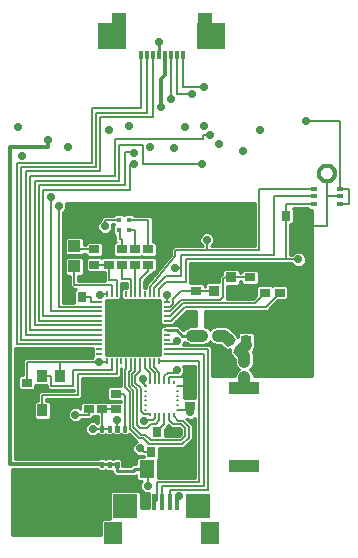
<source format=gtl>
G75*
%MOIN*%
%OFA0B0*%
%FSLAX25Y25*%
%IPPOS*%
%LPD*%
%AMOC8*
5,1,8,0,0,1.08239X$1,22.5*
%
%ADD10R,0.02756X0.03543*%
%ADD11R,0.03543X0.02756*%
%ADD12R,0.01969X0.00787*%
%ADD13R,0.00787X0.01969*%
%ADD14R,0.18110X0.18110*%
%ADD15R,0.04331X0.03937*%
%ADD16R,0.05118X0.05906*%
%ADD17C,0.00630*%
%ADD18C,0.00118*%
%ADD19R,0.03543X0.03937*%
%ADD20R,0.10000X0.04000*%
%ADD21R,0.01772X0.01772*%
%ADD22R,0.03740X0.03346*%
%ADD23R,0.08268X0.07874*%
%ADD24R,0.06299X0.07480*%
%ADD25R,0.01575X0.05315*%
%ADD26C,0.00787*%
%ADD27R,0.01181X0.03150*%
%ADD28R,0.09449X0.08661*%
%ADD29R,0.05118X0.03346*%
%ADD30R,0.02362X0.01575*%
%ADD31C,0.01181*%
%ADD32R,0.00394X0.00394*%
%ADD33C,0.02781*%
%ADD34C,0.00500*%
%ADD35C,0.03200*%
%ADD36C,0.01000*%
%ADD37C,0.02780*%
%ADD38C,0.04000*%
%ADD39C,0.01200*%
D10*
X0088541Y0071550D03*
X0093659Y0071550D03*
G36*
X0101233Y0068654D02*
X0103182Y0066705D01*
X0100679Y0064202D01*
X0098730Y0066151D01*
X0101233Y0068654D01*
G37*
G36*
X0097614Y0072273D02*
X0099563Y0070324D01*
X0097060Y0067821D01*
X0095111Y0069770D01*
X0097614Y0072273D01*
G37*
X0043241Y0084350D03*
X0048359Y0084350D03*
X0078559Y0039333D03*
X0073441Y0039333D03*
X0076559Y0032750D03*
X0071441Y0032750D03*
X0121559Y0111500D03*
X0116441Y0111500D03*
D11*
X0085000Y0076709D03*
X0085000Y0071591D03*
X0109400Y0091009D03*
X0109400Y0085891D03*
X0114300Y0091009D03*
X0114300Y0085891D03*
X0104400Y0085891D03*
X0104400Y0091009D03*
X0086400Y0091609D03*
X0086400Y0086491D03*
X0057350Y0100259D03*
X0057350Y0095141D03*
X0052550Y0100259D03*
X0052550Y0095141D03*
X0059700Y0052209D03*
X0059700Y0047091D03*
X0050600Y0052209D03*
X0050600Y0047091D03*
X0055100Y0052209D03*
X0055100Y0047091D03*
X0030000Y0050691D03*
X0030000Y0055809D03*
X0070550Y0095191D03*
X0070550Y0100309D03*
X0061650Y0095191D03*
X0061650Y0100309D03*
X0065950Y0095241D03*
X0065950Y0100359D03*
X0102500Y0062809D03*
X0102500Y0057691D03*
X0103100Y0075309D03*
X0103100Y0070191D03*
X0084500Y0053309D03*
X0084500Y0048191D03*
D12*
X0054180Y0082811D03*
X0054180Y0081237D03*
X0054180Y0079662D03*
X0054180Y0078087D03*
X0054180Y0076512D03*
X0054180Y0074937D03*
X0054180Y0073363D03*
X0054180Y0071788D03*
X0054180Y0070213D03*
X0054180Y0068638D03*
X0054180Y0067063D03*
X0054180Y0065489D03*
X0076620Y0065489D03*
X0076620Y0067063D03*
X0076620Y0068638D03*
X0076620Y0070213D03*
X0076620Y0071788D03*
X0076620Y0073363D03*
X0076620Y0074937D03*
X0076620Y0076512D03*
X0076620Y0078087D03*
X0076620Y0079662D03*
X0076620Y0081237D03*
X0076620Y0082811D03*
D13*
X0056739Y0062930D03*
X0058313Y0062930D03*
X0059888Y0062930D03*
X0061463Y0062930D03*
X0063038Y0062930D03*
X0064613Y0062930D03*
X0066187Y0062930D03*
X0067762Y0062930D03*
X0069337Y0062930D03*
X0070912Y0062930D03*
X0072487Y0062930D03*
X0074061Y0062930D03*
X0074061Y0085370D03*
X0072487Y0085370D03*
X0070912Y0085370D03*
X0069337Y0085370D03*
X0067762Y0085370D03*
X0066187Y0085370D03*
X0064613Y0085370D03*
X0063038Y0085370D03*
X0061463Y0085370D03*
X0059888Y0085370D03*
X0058313Y0085370D03*
X0056739Y0085370D03*
D14*
X0065400Y0074150D03*
D15*
X0045850Y0094654D03*
X0045850Y0101346D03*
D16*
X0077640Y0027050D03*
X0070160Y0027050D03*
D17*
X0063209Y0037384D02*
X0063209Y0031716D01*
X0054391Y0031716D01*
X0054391Y0037384D01*
X0063209Y0037384D01*
X0063209Y0032345D02*
X0054391Y0032345D01*
X0054391Y0032974D02*
X0063209Y0032974D01*
X0063209Y0033603D02*
X0054391Y0033603D01*
X0054391Y0034232D02*
X0063209Y0034232D01*
X0063209Y0034861D02*
X0054391Y0034861D01*
X0054391Y0035490D02*
X0063209Y0035490D01*
X0063209Y0036119D02*
X0054391Y0036119D01*
X0054391Y0036748D02*
X0063209Y0036748D01*
X0063209Y0037377D02*
X0054391Y0037377D01*
D18*
X0055492Y0029569D02*
X0055492Y0027719D01*
X0054430Y0027719D01*
X0054430Y0029569D01*
X0055492Y0029569D01*
X0055492Y0027836D02*
X0054430Y0027836D01*
X0054430Y0027953D02*
X0055492Y0027953D01*
X0055492Y0028070D02*
X0054430Y0028070D01*
X0054430Y0028187D02*
X0055492Y0028187D01*
X0055492Y0028304D02*
X0054430Y0028304D01*
X0054430Y0028421D02*
X0055492Y0028421D01*
X0055492Y0028538D02*
X0054430Y0028538D01*
X0054430Y0028655D02*
X0055492Y0028655D01*
X0055492Y0028772D02*
X0054430Y0028772D01*
X0054430Y0028889D02*
X0055492Y0028889D01*
X0055492Y0029006D02*
X0054430Y0029006D01*
X0054430Y0029123D02*
X0055492Y0029123D01*
X0055492Y0029240D02*
X0054430Y0029240D01*
X0054430Y0029357D02*
X0055492Y0029357D01*
X0055492Y0029474D02*
X0054430Y0029474D01*
X0058051Y0029569D02*
X0058051Y0027719D01*
X0056989Y0027719D01*
X0056989Y0029569D01*
X0058051Y0029569D01*
X0058051Y0027836D02*
X0056989Y0027836D01*
X0056989Y0027953D02*
X0058051Y0027953D01*
X0058051Y0028070D02*
X0056989Y0028070D01*
X0056989Y0028187D02*
X0058051Y0028187D01*
X0058051Y0028304D02*
X0056989Y0028304D01*
X0056989Y0028421D02*
X0058051Y0028421D01*
X0058051Y0028538D02*
X0056989Y0028538D01*
X0056989Y0028655D02*
X0058051Y0028655D01*
X0058051Y0028772D02*
X0056989Y0028772D01*
X0056989Y0028889D02*
X0058051Y0028889D01*
X0058051Y0029006D02*
X0056989Y0029006D01*
X0056989Y0029123D02*
X0058051Y0029123D01*
X0058051Y0029240D02*
X0056989Y0029240D01*
X0056989Y0029357D02*
X0058051Y0029357D01*
X0058051Y0029474D02*
X0056989Y0029474D01*
X0060611Y0029569D02*
X0060611Y0027719D01*
X0059549Y0027719D01*
X0059549Y0029569D01*
X0060611Y0029569D01*
X0060611Y0027836D02*
X0059549Y0027836D01*
X0059549Y0027953D02*
X0060611Y0027953D01*
X0060611Y0028070D02*
X0059549Y0028070D01*
X0059549Y0028187D02*
X0060611Y0028187D01*
X0060611Y0028304D02*
X0059549Y0028304D01*
X0059549Y0028421D02*
X0060611Y0028421D01*
X0060611Y0028538D02*
X0059549Y0028538D01*
X0059549Y0028655D02*
X0060611Y0028655D01*
X0060611Y0028772D02*
X0059549Y0028772D01*
X0059549Y0028889D02*
X0060611Y0028889D01*
X0060611Y0029006D02*
X0059549Y0029006D01*
X0059549Y0029123D02*
X0060611Y0029123D01*
X0060611Y0029240D02*
X0059549Y0029240D01*
X0059549Y0029357D02*
X0060611Y0029357D01*
X0060611Y0029474D02*
X0059549Y0029474D01*
X0063170Y0029569D02*
X0063170Y0027719D01*
X0062108Y0027719D01*
X0062108Y0029569D01*
X0063170Y0029569D01*
X0063170Y0027836D02*
X0062108Y0027836D01*
X0062108Y0027953D02*
X0063170Y0027953D01*
X0063170Y0028070D02*
X0062108Y0028070D01*
X0062108Y0028187D02*
X0063170Y0028187D01*
X0063170Y0028304D02*
X0062108Y0028304D01*
X0062108Y0028421D02*
X0063170Y0028421D01*
X0063170Y0028538D02*
X0062108Y0028538D01*
X0062108Y0028655D02*
X0063170Y0028655D01*
X0063170Y0028772D02*
X0062108Y0028772D01*
X0062108Y0028889D02*
X0063170Y0028889D01*
X0063170Y0029006D02*
X0062108Y0029006D01*
X0062108Y0029123D02*
X0063170Y0029123D01*
X0063170Y0029240D02*
X0062108Y0029240D01*
X0062108Y0029357D02*
X0063170Y0029357D01*
X0063170Y0029474D02*
X0062108Y0029474D01*
X0063170Y0041381D02*
X0063170Y0039531D01*
X0062108Y0039531D01*
X0062108Y0041381D01*
X0063170Y0041381D01*
X0063170Y0039648D02*
X0062108Y0039648D01*
X0062108Y0039765D02*
X0063170Y0039765D01*
X0063170Y0039882D02*
X0062108Y0039882D01*
X0062108Y0039999D02*
X0063170Y0039999D01*
X0063170Y0040116D02*
X0062108Y0040116D01*
X0062108Y0040233D02*
X0063170Y0040233D01*
X0063170Y0040350D02*
X0062108Y0040350D01*
X0062108Y0040467D02*
X0063170Y0040467D01*
X0063170Y0040584D02*
X0062108Y0040584D01*
X0062108Y0040701D02*
X0063170Y0040701D01*
X0063170Y0040818D02*
X0062108Y0040818D01*
X0062108Y0040935D02*
X0063170Y0040935D01*
X0063170Y0041052D02*
X0062108Y0041052D01*
X0062108Y0041169D02*
X0063170Y0041169D01*
X0063170Y0041286D02*
X0062108Y0041286D01*
X0060611Y0041381D02*
X0060611Y0039531D01*
X0059549Y0039531D01*
X0059549Y0041381D01*
X0060611Y0041381D01*
X0060611Y0039648D02*
X0059549Y0039648D01*
X0059549Y0039765D02*
X0060611Y0039765D01*
X0060611Y0039882D02*
X0059549Y0039882D01*
X0059549Y0039999D02*
X0060611Y0039999D01*
X0060611Y0040116D02*
X0059549Y0040116D01*
X0059549Y0040233D02*
X0060611Y0040233D01*
X0060611Y0040350D02*
X0059549Y0040350D01*
X0059549Y0040467D02*
X0060611Y0040467D01*
X0060611Y0040584D02*
X0059549Y0040584D01*
X0059549Y0040701D02*
X0060611Y0040701D01*
X0060611Y0040818D02*
X0059549Y0040818D01*
X0059549Y0040935D02*
X0060611Y0040935D01*
X0060611Y0041052D02*
X0059549Y0041052D01*
X0059549Y0041169D02*
X0060611Y0041169D01*
X0060611Y0041286D02*
X0059549Y0041286D01*
X0058051Y0041381D02*
X0058051Y0039531D01*
X0056989Y0039531D01*
X0056989Y0041381D01*
X0058051Y0041381D01*
X0058051Y0039648D02*
X0056989Y0039648D01*
X0056989Y0039765D02*
X0058051Y0039765D01*
X0058051Y0039882D02*
X0056989Y0039882D01*
X0056989Y0039999D02*
X0058051Y0039999D01*
X0058051Y0040116D02*
X0056989Y0040116D01*
X0056989Y0040233D02*
X0058051Y0040233D01*
X0058051Y0040350D02*
X0056989Y0040350D01*
X0056989Y0040467D02*
X0058051Y0040467D01*
X0058051Y0040584D02*
X0056989Y0040584D01*
X0056989Y0040701D02*
X0058051Y0040701D01*
X0058051Y0040818D02*
X0056989Y0040818D01*
X0056989Y0040935D02*
X0058051Y0040935D01*
X0058051Y0041052D02*
X0056989Y0041052D01*
X0056989Y0041169D02*
X0058051Y0041169D01*
X0058051Y0041286D02*
X0056989Y0041286D01*
X0055492Y0041381D02*
X0055492Y0039531D01*
X0054430Y0039531D01*
X0054430Y0041381D01*
X0055492Y0041381D01*
X0055492Y0039648D02*
X0054430Y0039648D01*
X0054430Y0039765D02*
X0055492Y0039765D01*
X0055492Y0039882D02*
X0054430Y0039882D01*
X0054430Y0039999D02*
X0055492Y0039999D01*
X0055492Y0040116D02*
X0054430Y0040116D01*
X0054430Y0040233D02*
X0055492Y0040233D01*
X0055492Y0040350D02*
X0054430Y0040350D01*
X0054430Y0040467D02*
X0055492Y0040467D01*
X0055492Y0040584D02*
X0054430Y0040584D01*
X0054430Y0040701D02*
X0055492Y0040701D01*
X0055492Y0040818D02*
X0054430Y0040818D01*
X0054430Y0040935D02*
X0055492Y0040935D01*
X0055492Y0041052D02*
X0054430Y0041052D01*
X0054430Y0041169D02*
X0055492Y0041169D01*
X0055492Y0041286D02*
X0054430Y0041286D01*
D19*
X0035147Y0046641D03*
X0041053Y0046641D03*
X0041053Y0058059D03*
X0035147Y0058059D03*
D20*
X0102500Y0054250D03*
X0102500Y0028250D03*
D21*
X0060827Y0110223D03*
X0064173Y0110223D03*
X0064173Y0106877D03*
X0060827Y0106877D03*
D22*
X0092346Y0086486D03*
X0098054Y0086486D03*
X0098054Y0091014D03*
X0092346Y0091014D03*
D23*
X0062795Y0014852D03*
X0087205Y0014852D03*
D24*
X0058858Y0005600D03*
X0091142Y0005600D03*
D25*
X0069882Y0016131D03*
X0072441Y0016131D03*
X0075000Y0016131D03*
X0077559Y0016131D03*
X0080118Y0016131D03*
D26*
X0069882Y0054687D02*
X0069882Y0054687D01*
X0069488Y0054687D01*
X0069488Y0054687D01*
X0069882Y0054687D01*
X0069882Y0053112D02*
X0069882Y0053112D01*
X0069488Y0053112D01*
X0069488Y0053112D01*
X0069882Y0053112D01*
X0069882Y0051537D02*
X0069882Y0051537D01*
X0069488Y0051537D01*
X0069488Y0051537D01*
X0069882Y0051537D01*
X0069882Y0049963D02*
X0069882Y0049963D01*
X0069488Y0049963D01*
X0069488Y0049963D01*
X0069882Y0049963D01*
X0069882Y0048388D02*
X0069882Y0048388D01*
X0069488Y0048388D01*
X0069488Y0048388D01*
X0069882Y0048388D01*
X0069882Y0046813D02*
X0069882Y0046813D01*
X0069488Y0046813D01*
X0069488Y0046813D01*
X0069882Y0046813D01*
X0071063Y0045238D02*
X0071063Y0045238D01*
X0071063Y0045632D01*
X0071063Y0045632D01*
X0071063Y0045238D01*
X0072638Y0045238D02*
X0072638Y0045238D01*
X0072638Y0045632D01*
X0072638Y0045632D01*
X0072638Y0045238D01*
X0074213Y0045238D02*
X0074213Y0045238D01*
X0074213Y0045632D01*
X0074213Y0045632D01*
X0074213Y0045238D01*
X0075787Y0045238D02*
X0075787Y0045238D01*
X0075787Y0045632D01*
X0075787Y0045632D01*
X0075787Y0045238D01*
X0077362Y0045238D02*
X0077362Y0045238D01*
X0077362Y0045632D01*
X0077362Y0045632D01*
X0077362Y0045238D01*
X0078937Y0045238D02*
X0078937Y0045238D01*
X0078937Y0045632D01*
X0078937Y0045632D01*
X0078937Y0045238D01*
X0080512Y0046813D02*
X0080512Y0046813D01*
X0080118Y0046813D01*
X0080118Y0046813D01*
X0080512Y0046813D01*
X0080512Y0048388D02*
X0080512Y0048388D01*
X0080118Y0048388D01*
X0080118Y0048388D01*
X0080512Y0048388D01*
X0080512Y0049963D02*
X0080512Y0049963D01*
X0080118Y0049963D01*
X0080118Y0049963D01*
X0080512Y0049963D01*
X0080512Y0051537D02*
X0080512Y0051537D01*
X0080118Y0051537D01*
X0080118Y0051537D01*
X0080512Y0051537D01*
X0080512Y0053112D02*
X0080512Y0053112D01*
X0080118Y0053112D01*
X0080118Y0053112D01*
X0080512Y0053112D01*
X0080512Y0054687D02*
X0080512Y0054687D01*
X0080118Y0054687D01*
X0080118Y0054687D01*
X0080512Y0054687D01*
X0078937Y0056262D02*
X0078937Y0056262D01*
X0078937Y0055868D01*
X0078937Y0055868D01*
X0078937Y0056262D01*
X0077362Y0055868D02*
X0077362Y0055868D01*
X0077362Y0056262D01*
X0077362Y0056262D01*
X0077362Y0055868D01*
X0075787Y0055868D02*
X0075787Y0055868D01*
X0075787Y0056262D01*
X0075787Y0056262D01*
X0075787Y0055868D01*
X0074213Y0055868D02*
X0074213Y0055868D01*
X0074213Y0056262D01*
X0074213Y0056262D01*
X0074213Y0055868D01*
X0072638Y0055868D02*
X0072638Y0055868D01*
X0072638Y0056262D01*
X0072638Y0056262D01*
X0072638Y0055868D01*
X0071063Y0055868D02*
X0071063Y0055868D01*
X0071063Y0056262D01*
X0071063Y0056262D01*
X0071063Y0055868D01*
D27*
X0081890Y0165157D03*
X0079921Y0165157D03*
X0077953Y0165157D03*
X0075984Y0165157D03*
X0074016Y0165157D03*
X0072047Y0165157D03*
X0070079Y0165157D03*
X0068110Y0165157D03*
D28*
X0091535Y0171457D03*
X0058465Y0171457D03*
D29*
X0089370Y0177461D03*
X0060630Y0177461D03*
D30*
X0125768Y0120559D03*
X0125768Y0118000D03*
X0125768Y0115441D03*
X0134232Y0115441D03*
X0134232Y0118000D03*
X0134232Y0120559D03*
D31*
X0127343Y0125579D02*
X0127345Y0125682D01*
X0127351Y0125785D01*
X0127361Y0125887D01*
X0127375Y0125990D01*
X0127393Y0126091D01*
X0127415Y0126192D01*
X0127440Y0126292D01*
X0127470Y0126390D01*
X0127503Y0126488D01*
X0127540Y0126584D01*
X0127581Y0126678D01*
X0127626Y0126771D01*
X0127674Y0126863D01*
X0127725Y0126952D01*
X0127780Y0127039D01*
X0127838Y0127124D01*
X0127900Y0127207D01*
X0127965Y0127287D01*
X0128032Y0127365D01*
X0128103Y0127439D01*
X0128177Y0127512D01*
X0128253Y0127581D01*
X0128332Y0127647D01*
X0128413Y0127710D01*
X0128497Y0127770D01*
X0128583Y0127827D01*
X0128671Y0127880D01*
X0128762Y0127930D01*
X0128854Y0127976D01*
X0128948Y0128019D01*
X0129043Y0128058D01*
X0129140Y0128093D01*
X0129238Y0128124D01*
X0129337Y0128152D01*
X0129438Y0128176D01*
X0129539Y0128196D01*
X0129640Y0128212D01*
X0129743Y0128224D01*
X0129846Y0128232D01*
X0129948Y0128236D01*
X0130052Y0128236D01*
X0130154Y0128232D01*
X0130257Y0128224D01*
X0130360Y0128212D01*
X0130461Y0128196D01*
X0130562Y0128176D01*
X0130663Y0128152D01*
X0130762Y0128124D01*
X0130860Y0128093D01*
X0130957Y0128058D01*
X0131052Y0128019D01*
X0131146Y0127976D01*
X0131238Y0127930D01*
X0131328Y0127880D01*
X0131417Y0127827D01*
X0131503Y0127770D01*
X0131587Y0127710D01*
X0131668Y0127647D01*
X0131747Y0127581D01*
X0131823Y0127512D01*
X0131897Y0127439D01*
X0131968Y0127365D01*
X0132035Y0127287D01*
X0132100Y0127207D01*
X0132162Y0127124D01*
X0132220Y0127039D01*
X0132275Y0126952D01*
X0132326Y0126863D01*
X0132374Y0126771D01*
X0132419Y0126678D01*
X0132460Y0126584D01*
X0132497Y0126488D01*
X0132530Y0126390D01*
X0132560Y0126292D01*
X0132585Y0126192D01*
X0132607Y0126091D01*
X0132625Y0125990D01*
X0132639Y0125887D01*
X0132649Y0125785D01*
X0132655Y0125682D01*
X0132657Y0125579D01*
X0132655Y0125476D01*
X0132649Y0125373D01*
X0132639Y0125271D01*
X0132625Y0125168D01*
X0132607Y0125067D01*
X0132585Y0124966D01*
X0132560Y0124866D01*
X0132530Y0124768D01*
X0132497Y0124670D01*
X0132460Y0124574D01*
X0132419Y0124480D01*
X0132374Y0124387D01*
X0132326Y0124295D01*
X0132275Y0124206D01*
X0132220Y0124119D01*
X0132162Y0124034D01*
X0132100Y0123951D01*
X0132035Y0123871D01*
X0131968Y0123793D01*
X0131897Y0123719D01*
X0131823Y0123646D01*
X0131747Y0123577D01*
X0131668Y0123511D01*
X0131587Y0123448D01*
X0131503Y0123388D01*
X0131417Y0123331D01*
X0131329Y0123278D01*
X0131238Y0123228D01*
X0131146Y0123182D01*
X0131052Y0123139D01*
X0130957Y0123100D01*
X0130860Y0123065D01*
X0130762Y0123034D01*
X0130663Y0123006D01*
X0130562Y0122982D01*
X0130461Y0122962D01*
X0130360Y0122946D01*
X0130257Y0122934D01*
X0130154Y0122926D01*
X0130052Y0122922D01*
X0129948Y0122922D01*
X0129846Y0122926D01*
X0129743Y0122934D01*
X0129640Y0122946D01*
X0129539Y0122962D01*
X0129438Y0122982D01*
X0129337Y0123006D01*
X0129238Y0123034D01*
X0129140Y0123065D01*
X0129043Y0123100D01*
X0128948Y0123139D01*
X0128854Y0123182D01*
X0128762Y0123228D01*
X0128672Y0123278D01*
X0128583Y0123331D01*
X0128497Y0123388D01*
X0128413Y0123448D01*
X0128332Y0123511D01*
X0128253Y0123577D01*
X0128177Y0123646D01*
X0128103Y0123719D01*
X0128032Y0123793D01*
X0127965Y0123871D01*
X0127900Y0123951D01*
X0127838Y0124034D01*
X0127780Y0124119D01*
X0127725Y0124206D01*
X0127674Y0124295D01*
X0127626Y0124387D01*
X0127581Y0124480D01*
X0127540Y0124574D01*
X0127503Y0124670D01*
X0127470Y0124768D01*
X0127440Y0124866D01*
X0127415Y0124966D01*
X0127393Y0125067D01*
X0127375Y0125168D01*
X0127361Y0125271D01*
X0127351Y0125373D01*
X0127345Y0125476D01*
X0127343Y0125579D01*
D32*
X0130000Y0128236D03*
X0130000Y0122724D03*
X0132756Y0125480D03*
X0127244Y0125874D03*
D33*
X0052900Y0056050D03*
X0061800Y0036150D03*
X0061800Y0033050D03*
X0063000Y0076750D03*
X0068000Y0076750D03*
X0063000Y0071750D03*
X0068000Y0071750D03*
X0089400Y0091550D03*
X0101200Y0086450D03*
X0103100Y0078150D03*
X0081900Y0030650D03*
X0084500Y0057750D03*
X0079900Y0039350D03*
X0055800Y0033050D03*
X0093000Y0067250D03*
X0096000Y0064750D03*
X0098000Y0061750D03*
X0054300Y0085250D03*
X0076600Y0085250D03*
X0054000Y0062850D03*
X0051900Y0040450D03*
X0068900Y0043050D03*
X0084500Y0046050D03*
X0068700Y0057150D03*
X0067700Y0033950D03*
X0079900Y0060050D03*
X0079900Y0069750D03*
X0060100Y0043450D03*
X0046200Y0045150D03*
D34*
X0055100Y0052209D02*
X0055100Y0057050D01*
X0052900Y0056050D01*
X0050600Y0052209D02*
X0050600Y0057050D01*
X0052900Y0056050D01*
X0062639Y0028644D02*
X0062639Y0032211D01*
X0061800Y0033050D01*
X0086400Y0091609D02*
X0089341Y0091609D01*
X0089400Y0091550D01*
X0089936Y0091014D01*
X0092346Y0091014D01*
X0098054Y0086486D02*
X0101064Y0086486D01*
X0101200Y0086450D01*
X0103841Y0086450D01*
X0104400Y0085891D01*
X0109400Y0091009D02*
X0114300Y0091009D01*
X0061463Y0085370D02*
X0061463Y0078287D01*
X0063000Y0076750D01*
X0076620Y0074937D02*
X0069813Y0074937D01*
X0068000Y0076750D01*
X0065400Y0074150D02*
X0063000Y0071750D01*
X0077362Y0056065D02*
X0077362Y0057750D01*
X0084500Y0057750D01*
X0084500Y0053309D01*
X0080315Y0054687D02*
X0084500Y0054687D01*
X0084500Y0053309D01*
X0078559Y0039333D02*
X0079883Y0039333D01*
X0079900Y0039350D01*
X0130000Y0122724D02*
X0130000Y0118000D01*
X0130000Y0108000D01*
X0123500Y0108000D01*
X0130000Y0118000D02*
X0134232Y0118000D01*
X0056739Y0085370D02*
X0054320Y0085370D01*
X0054300Y0085250D01*
X0076620Y0082811D02*
X0076620Y0084530D01*
X0076600Y0085250D01*
X0057520Y0040456D02*
X0054961Y0040456D01*
X0055100Y0047091D02*
X0059700Y0047091D01*
X0054961Y0040456D02*
X0053100Y0040456D01*
X0051900Y0040450D01*
X0072638Y0045435D02*
X0072638Y0044188D01*
X0072000Y0043550D01*
X0069600Y0043550D01*
X0068900Y0043050D01*
X0080315Y0046813D02*
X0083737Y0046813D01*
X0084500Y0046050D01*
X0084500Y0048191D01*
X0069685Y0054687D02*
X0068700Y0055672D01*
X0068700Y0057150D01*
X0071441Y0032750D02*
X0068900Y0032750D01*
X0067700Y0033950D01*
X0055100Y0047091D02*
X0054961Y0047091D01*
X0054961Y0040456D01*
X0041053Y0058059D02*
X0041053Y0062850D01*
X0054000Y0062850D01*
X0030000Y0055809D02*
X0030000Y0062850D01*
X0041053Y0062850D01*
X0056739Y0062930D02*
X0056739Y0062850D01*
X0054000Y0062850D01*
X0060827Y0110223D02*
X0056000Y0110223D01*
X0056000Y0108000D01*
X0134232Y0120559D02*
X0134232Y0143000D01*
X0123000Y0143000D01*
X0134232Y0115441D02*
X0137500Y0115441D01*
X0137500Y0120559D01*
X0134232Y0120559D01*
X0075000Y0016131D02*
X0075000Y0021500D01*
X0089000Y0021500D01*
X0089000Y0065489D01*
X0076620Y0065489D01*
X0087500Y0022750D02*
X0087500Y0062930D01*
X0074061Y0062930D01*
X0073250Y0016941D02*
X0073248Y0016886D01*
X0073242Y0016831D01*
X0073233Y0016776D01*
X0073220Y0016723D01*
X0073203Y0016670D01*
X0073183Y0016619D01*
X0073159Y0016569D01*
X0073132Y0016521D01*
X0073102Y0016474D01*
X0073069Y0016430D01*
X0073032Y0016389D01*
X0072993Y0016350D01*
X0072952Y0016313D01*
X0072908Y0016280D01*
X0072861Y0016250D01*
X0072813Y0016223D01*
X0072763Y0016199D01*
X0072712Y0016179D01*
X0072659Y0016162D01*
X0072606Y0016149D01*
X0072551Y0016140D01*
X0072496Y0016134D01*
X0072441Y0016132D01*
X0073250Y0016941D02*
X0073250Y0022750D01*
X0087500Y0022750D01*
X0077559Y0016131D02*
X0077559Y0020250D01*
X0090500Y0020250D01*
X0090500Y0067063D01*
X0076620Y0067063D01*
X0076620Y0076512D02*
X0078062Y0076512D01*
X0082700Y0081250D01*
X0109859Y0081250D01*
X0114300Y0085891D01*
X0076620Y0078087D02*
X0077837Y0078087D01*
X0082100Y0082350D01*
X0106059Y0082350D01*
X0109400Y0085891D01*
X0098054Y0091014D02*
X0098054Y0091050D01*
X0076620Y0079662D02*
X0077712Y0079662D01*
X0081500Y0083450D01*
X0094400Y0083450D01*
X0095300Y0084350D01*
X0095300Y0090350D01*
X0095900Y0090950D01*
X0097991Y0090950D01*
X0098054Y0091014D01*
X0104400Y0091009D02*
X0104341Y0090950D01*
X0097991Y0090950D01*
X0086400Y0086491D02*
X0086400Y0086450D01*
X0076620Y0081237D02*
X0077687Y0081237D01*
X0078600Y0082150D01*
X0078600Y0083850D01*
X0081241Y0086491D01*
X0086400Y0086491D01*
X0092346Y0086486D02*
X0086405Y0086486D01*
X0086400Y0086491D01*
X0058313Y0085370D02*
X0058313Y0088500D01*
X0045850Y0088500D01*
X0045850Y0094654D01*
X0052550Y0100259D02*
X0045850Y0100259D01*
X0045850Y0101346D01*
X0052550Y0095141D02*
X0057350Y0095141D01*
X0059888Y0085370D02*
X0059888Y0090000D01*
X0057350Y0090000D01*
X0057350Y0095141D01*
X0058313Y0062930D02*
X0058313Y0060250D01*
X0045500Y0060250D01*
X0045500Y0054750D01*
X0038000Y0054750D01*
X0038000Y0058059D01*
X0035147Y0058059D01*
X0063038Y0062930D02*
X0063038Y0060588D01*
X0062700Y0060250D01*
X0062700Y0054350D01*
X0064400Y0052650D01*
X0064400Y0040450D01*
X0067500Y0037350D01*
X0068700Y0037350D01*
X0070600Y0035450D01*
X0081800Y0035450D01*
X0083900Y0037550D01*
X0080300Y0043250D02*
X0078937Y0044613D01*
X0083900Y0037550D02*
X0083900Y0041250D01*
X0081900Y0043250D01*
X0080300Y0043250D01*
X0078937Y0044613D02*
X0078937Y0045435D01*
X0064613Y0062930D02*
X0064613Y0060063D01*
X0064000Y0059450D01*
X0064000Y0054750D01*
X0065500Y0053250D01*
X0065500Y0041050D01*
X0068000Y0038550D01*
X0069400Y0038550D01*
X0077362Y0043588D02*
X0078800Y0042150D01*
X0081300Y0042150D01*
X0082600Y0040850D01*
X0082600Y0037950D01*
X0081300Y0036650D01*
X0071300Y0036650D01*
X0069400Y0038550D01*
X0077362Y0043588D02*
X0077362Y0045435D01*
X0066187Y0062930D02*
X0066187Y0059737D01*
X0065100Y0058650D01*
X0065100Y0055250D01*
X0066600Y0053750D01*
X0066600Y0041750D01*
X0067600Y0040750D01*
X0070000Y0040750D01*
X0071500Y0042250D01*
X0073100Y0042250D01*
X0074200Y0043350D01*
X0074213Y0043350D01*
X0074213Y0045435D01*
X0067762Y0062930D02*
X0067762Y0059612D01*
X0066200Y0058050D01*
X0067900Y0054050D02*
X0067900Y0046550D01*
X0069015Y0045435D01*
X0066200Y0058050D02*
X0066200Y0055750D01*
X0067900Y0054050D01*
X0069015Y0045435D02*
X0071063Y0045435D01*
X0071063Y0058987D02*
X0069300Y0060750D01*
X0069300Y0062893D01*
X0069337Y0062930D01*
X0071063Y0058987D02*
X0071063Y0056065D01*
X0072638Y0059112D02*
X0070900Y0060850D01*
X0070900Y0062918D01*
X0070912Y0062930D01*
X0072638Y0059112D02*
X0072638Y0056065D01*
X0074213Y0059237D02*
X0072500Y0060950D01*
X0072500Y0062916D01*
X0072487Y0062930D01*
X0074213Y0059237D02*
X0074213Y0056065D01*
X0075787Y0057937D02*
X0076900Y0059050D01*
X0079300Y0059050D01*
X0079900Y0060050D01*
X0076620Y0068638D02*
X0079900Y0068638D01*
X0079900Y0069750D01*
X0075787Y0057937D02*
X0075787Y0056065D01*
X0054180Y0082811D02*
X0051500Y0082811D01*
X0051500Y0084350D01*
X0048359Y0084350D01*
X0059700Y0052209D02*
X0062041Y0052209D01*
X0062700Y0051550D01*
X0062700Y0040517D01*
X0062639Y0040456D01*
X0060080Y0040456D02*
X0060080Y0043250D01*
X0060100Y0043450D01*
X0050600Y0047091D02*
X0050600Y0045150D01*
X0046200Y0045150D01*
X0059888Y0062930D02*
X0059888Y0058750D01*
X0047000Y0058750D01*
X0047000Y0051750D01*
X0035147Y0051750D01*
X0035147Y0046641D01*
X0065950Y0100359D02*
X0065950Y0106877D01*
X0064173Y0106877D01*
X0061650Y0100309D02*
X0061650Y0103600D01*
X0060900Y0103600D01*
X0060900Y0106877D01*
X0060827Y0106877D01*
X0070550Y0100309D02*
X0070550Y0110223D01*
X0064173Y0110223D01*
X0067762Y0085370D02*
X0067762Y0090262D01*
X0070550Y0093050D01*
X0070550Y0095191D01*
X0064613Y0085370D02*
X0064613Y0090500D01*
X0061650Y0090500D01*
X0061650Y0095191D01*
X0066187Y0085370D02*
X0066187Y0095004D01*
X0065950Y0095241D01*
X0102563Y0054313D02*
X0102500Y0054250D01*
X0080118Y0016131D02*
X0080118Y0018000D01*
X0080750Y0018000D01*
X0070250Y0021500D02*
X0070250Y0027050D01*
X0070160Y0027050D01*
X0075787Y0045435D02*
X0075787Y0042096D01*
X0073441Y0039333D01*
X0054180Y0078087D02*
X0035500Y0078087D01*
X0035500Y0120200D01*
X0064300Y0120200D01*
X0064300Y0128700D01*
X0065800Y0128700D01*
X0054180Y0081237D02*
X0040700Y0081237D01*
X0040700Y0114700D01*
X0054180Y0071788D02*
X0029700Y0071788D01*
X0029700Y0126400D01*
X0054500Y0126400D01*
X0054500Y0144500D01*
X0072047Y0144500D01*
X0072047Y0165157D01*
X0054180Y0070213D02*
X0028100Y0070213D01*
X0028100Y0127800D01*
X0053100Y0127800D01*
X0053100Y0145600D01*
X0070000Y0145600D01*
X0070000Y0165157D01*
X0070079Y0165157D01*
X0054180Y0068638D02*
X0026800Y0068638D01*
X0026800Y0129200D01*
X0051600Y0129200D01*
X0051600Y0147300D01*
X0068110Y0147300D01*
X0068110Y0165157D01*
X0081890Y0165157D02*
X0081890Y0154500D01*
X0089000Y0154500D01*
X0079921Y0165157D02*
X0079921Y0152000D01*
X0085000Y0152000D01*
X0077953Y0165157D02*
X0077953Y0150500D01*
X0078000Y0150500D01*
X0054180Y0073363D02*
X0031100Y0073363D01*
X0031100Y0124700D01*
X0059300Y0124700D01*
X0059300Y0137100D01*
X0088600Y0137100D01*
X0088600Y0138400D01*
X0091100Y0138400D01*
X0054180Y0079662D02*
X0038000Y0079662D01*
X0038000Y0117900D01*
X0054180Y0076512D02*
X0034000Y0076512D01*
X0034000Y0121600D01*
X0062800Y0121600D01*
X0062800Y0132700D01*
X0065700Y0132700D01*
X0065700Y0132500D01*
X0054180Y0074937D02*
X0032600Y0074937D01*
X0032600Y0123200D01*
X0060800Y0123200D01*
X0060800Y0135000D01*
X0068700Y0135000D01*
X0068700Y0128800D01*
X0088300Y0128800D01*
X0125768Y0120559D02*
X0107500Y0120559D01*
X0107500Y0100000D01*
X0090000Y0100000D01*
X0079500Y0100000D01*
X0070912Y0087912D02*
X0070912Y0085370D01*
X0079500Y0100000D02*
X0079500Y0098000D01*
X0070912Y0087912D01*
X0090000Y0100000D02*
X0090000Y0103500D01*
X0125768Y0118000D02*
X0112500Y0118000D01*
X0112500Y0098500D01*
X0081500Y0098500D01*
X0081500Y0094000D01*
X0081500Y0091500D01*
X0076500Y0091500D01*
X0072487Y0087487D01*
X0072487Y0085370D01*
X0079250Y0094000D02*
X0081500Y0094000D01*
X0125768Y0115441D02*
X0116441Y0115441D01*
X0116441Y0111500D01*
X0116441Y0097000D01*
X0083000Y0097000D01*
X0083000Y0089500D01*
X0076500Y0089500D01*
X0074061Y0087061D01*
X0074061Y0085370D01*
X0116441Y0097000D02*
X0120500Y0097000D01*
D35*
X0103100Y0078150D02*
X0103100Y0075309D01*
X0088541Y0071591D02*
X0088541Y0071550D01*
X0103100Y0070191D02*
X0103100Y0068572D01*
D36*
X0081900Y0032750D02*
X0081900Y0030650D01*
X0081900Y0027050D01*
X0077640Y0027050D01*
X0076620Y0074937D02*
X0079787Y0074937D01*
X0081600Y0076750D01*
X0084959Y0076750D01*
X0085000Y0076709D01*
X0081900Y0032750D02*
X0076559Y0032750D01*
X0086150Y0061580D02*
X0086150Y0050669D01*
X0082500Y0050669D01*
X0082500Y0057957D01*
X0082207Y0058250D01*
X0081622Y0058250D01*
X0082011Y0058639D01*
X0082391Y0059555D01*
X0082391Y0060545D01*
X0082011Y0061461D01*
X0081893Y0061580D01*
X0086150Y0061580D01*
X0077450Y0041591D02*
X0078241Y0040800D01*
X0080741Y0040800D01*
X0081250Y0040291D01*
X0081250Y0038509D01*
X0080741Y0038000D01*
X0075919Y0038000D01*
X0075919Y0040165D01*
X0076781Y0041181D01*
X0077137Y0041537D01*
X0077137Y0041601D01*
X0077178Y0041649D01*
X0077159Y0041881D01*
X0077450Y0041591D01*
X0084005Y0043559D02*
X0084995Y0043559D01*
X0085911Y0043939D01*
X0086150Y0044178D01*
X0086150Y0024100D01*
X0073819Y0024100D01*
X0073819Y0030423D01*
X0073919Y0030523D01*
X0073919Y0034100D01*
X0082359Y0034100D01*
X0084459Y0036200D01*
X0085250Y0036991D01*
X0085250Y0041809D01*
X0083250Y0043809D01*
X0083143Y0043916D01*
X0084005Y0043559D01*
X0069562Y0088471D02*
X0069562Y0088409D01*
X0069521Y0088361D01*
X0069562Y0087858D01*
X0069562Y0087455D01*
X0069112Y0087455D01*
X0069112Y0089703D01*
X0071109Y0091700D01*
X0071900Y0092491D01*
X0071900Y0092713D01*
X0072777Y0092713D01*
X0073422Y0093357D01*
X0073422Y0097025D01*
X0072777Y0097669D01*
X0068323Y0097669D01*
X0068275Y0097621D01*
X0068177Y0097719D01*
X0063723Y0097719D01*
X0063673Y0097669D01*
X0059423Y0097669D01*
X0059373Y0097619D01*
X0055123Y0097619D01*
X0054950Y0097446D01*
X0054777Y0097619D01*
X0050323Y0097619D01*
X0049678Y0096975D01*
X0049678Y0093307D01*
X0050323Y0092663D01*
X0054777Y0092663D01*
X0054950Y0092836D01*
X0055123Y0092663D01*
X0056000Y0092663D01*
X0056000Y0089850D01*
X0047200Y0089850D01*
X0047200Y0091585D01*
X0048471Y0091585D01*
X0049115Y0092229D01*
X0049115Y0097078D01*
X0048471Y0097722D01*
X0043229Y0097722D01*
X0042585Y0097078D01*
X0042585Y0092229D01*
X0043229Y0091585D01*
X0044500Y0091585D01*
X0044500Y0087941D01*
X0045291Y0087150D01*
X0046454Y0087150D01*
X0045881Y0086577D01*
X0045881Y0082587D01*
X0042050Y0082587D01*
X0042050Y0112564D01*
X0042110Y0112589D01*
X0042811Y0113290D01*
X0043190Y0114205D01*
X0043190Y0115195D01*
X0042960Y0115750D01*
X0106150Y0115750D01*
X0106150Y0101350D01*
X0091350Y0101350D01*
X0091350Y0101364D01*
X0091410Y0101389D01*
X0092111Y0102090D01*
X0092490Y0103005D01*
X0092490Y0103995D01*
X0092111Y0104910D01*
X0091410Y0105611D01*
X0090495Y0105990D01*
X0089505Y0105990D01*
X0088590Y0105611D01*
X0087889Y0104910D01*
X0087510Y0103995D01*
X0087510Y0103005D01*
X0087889Y0102090D01*
X0088590Y0101389D01*
X0088650Y0101364D01*
X0088650Y0101350D01*
X0078941Y0101350D01*
X0078150Y0100559D01*
X0078150Y0098497D01*
X0069919Y0088828D01*
X0069562Y0088471D01*
X0072777Y0102787D02*
X0071900Y0102787D01*
X0071900Y0110782D01*
X0071109Y0111573D01*
X0066151Y0111573D01*
X0065515Y0112209D01*
X0062832Y0112209D01*
X0062500Y0111877D01*
X0062168Y0112209D01*
X0059485Y0112209D01*
X0058849Y0111573D01*
X0055441Y0111573D01*
X0054650Y0110782D01*
X0054650Y0110136D01*
X0054590Y0110111D01*
X0053889Y0109410D01*
X0053510Y0108495D01*
X0053510Y0107505D01*
X0053889Y0106590D01*
X0054590Y0105889D01*
X0055505Y0105510D01*
X0056495Y0105510D01*
X0057410Y0105889D01*
X0058111Y0106590D01*
X0058490Y0107505D01*
X0058490Y0108495D01*
X0058333Y0108873D01*
X0058849Y0108873D01*
X0059173Y0108550D01*
X0058841Y0108218D01*
X0058841Y0105535D01*
X0059485Y0104891D01*
X0059550Y0104891D01*
X0059550Y0103041D01*
X0059804Y0102787D01*
X0059423Y0102787D01*
X0058778Y0102143D01*
X0058778Y0098475D01*
X0059423Y0097831D01*
X0063877Y0097831D01*
X0063927Y0097881D01*
X0068177Y0097881D01*
X0068225Y0097929D01*
X0068323Y0097831D01*
X0072777Y0097831D01*
X0073422Y0098475D01*
X0073422Y0102143D01*
X0072777Y0102787D01*
X0050323Y0097781D02*
X0054777Y0097781D01*
X0055422Y0098425D01*
X0055422Y0102093D01*
X0054777Y0102737D01*
X0050323Y0102737D01*
X0049678Y0102093D01*
X0049678Y0101609D01*
X0049115Y0101609D01*
X0049115Y0103771D01*
X0048471Y0104415D01*
X0043229Y0104415D01*
X0042585Y0103771D01*
X0042585Y0098922D01*
X0043229Y0098278D01*
X0048471Y0098278D01*
X0049102Y0098909D01*
X0049678Y0098909D01*
X0049678Y0098425D01*
X0050323Y0097781D01*
X0057473Y0049569D02*
X0057400Y0049496D01*
X0057327Y0049569D01*
X0052873Y0049569D01*
X0052850Y0049546D01*
X0052827Y0049569D01*
X0048373Y0049569D01*
X0047728Y0048925D01*
X0047728Y0047144D01*
X0047611Y0047261D01*
X0046695Y0047641D01*
X0045705Y0047641D01*
X0044789Y0047261D01*
X0044089Y0046561D01*
X0043709Y0045645D01*
X0043709Y0044655D01*
X0044089Y0043739D01*
X0044789Y0043039D01*
X0045705Y0042659D01*
X0046695Y0042659D01*
X0047611Y0043039D01*
X0048311Y0043739D01*
X0048337Y0043800D01*
X0051159Y0043800D01*
X0051950Y0044591D01*
X0051950Y0044613D01*
X0052827Y0044613D01*
X0052850Y0044636D01*
X0052873Y0044613D01*
X0053611Y0044613D01*
X0053611Y0042261D01*
X0053311Y0042561D01*
X0052395Y0042941D01*
X0051405Y0042941D01*
X0050489Y0042561D01*
X0049789Y0041861D01*
X0049409Y0040945D01*
X0049409Y0039955D01*
X0049789Y0039039D01*
X0050489Y0038339D01*
X0051405Y0037959D01*
X0052395Y0037959D01*
X0053311Y0038339D01*
X0053647Y0038674D01*
X0053950Y0038371D01*
X0055973Y0038371D01*
X0056241Y0038639D01*
X0056509Y0038371D01*
X0058532Y0038371D01*
X0058800Y0038639D01*
X0059068Y0038371D01*
X0061091Y0038371D01*
X0061359Y0038639D01*
X0061627Y0038371D01*
X0063650Y0038371D01*
X0064110Y0038831D01*
X0066150Y0036791D01*
X0066707Y0036234D01*
X0066289Y0036061D01*
X0065589Y0035361D01*
X0065209Y0034445D01*
X0065209Y0033455D01*
X0065589Y0032539D01*
X0066289Y0031839D01*
X0067205Y0031459D01*
X0068195Y0031459D01*
X0068256Y0031485D01*
X0068341Y0031400D01*
X0068963Y0031400D01*
X0068963Y0031103D01*
X0067145Y0031103D01*
X0066501Y0030458D01*
X0066501Y0028650D01*
X0064937Y0028650D01*
X0064337Y0028050D01*
X0061770Y0028050D01*
X0061770Y0030050D01*
X0061091Y0030729D01*
X0059068Y0030729D01*
X0058800Y0030461D01*
X0058532Y0030729D01*
X0056509Y0030729D01*
X0056241Y0030461D01*
X0055973Y0030729D01*
X0053950Y0030729D01*
X0053566Y0030344D01*
X0026200Y0030344D01*
X0026200Y0067329D01*
X0026241Y0067288D01*
X0052095Y0067288D01*
X0052095Y0064639D01*
X0052181Y0064553D01*
X0051889Y0064261D01*
X0051863Y0064200D01*
X0029441Y0064200D01*
X0028650Y0063409D01*
X0028650Y0058287D01*
X0027773Y0058287D01*
X0027128Y0057643D01*
X0027128Y0053975D01*
X0027773Y0053331D01*
X0032227Y0053331D01*
X0032872Y0053975D01*
X0032872Y0055038D01*
X0032920Y0054990D01*
X0036650Y0054990D01*
X0036650Y0054191D01*
X0037441Y0053400D01*
X0045650Y0053400D01*
X0045650Y0053100D01*
X0034588Y0053100D01*
X0033797Y0052309D01*
X0033797Y0049710D01*
X0032920Y0049710D01*
X0032276Y0049065D01*
X0032276Y0044217D01*
X0032920Y0043573D01*
X0037375Y0043573D01*
X0038019Y0044217D01*
X0038019Y0049065D01*
X0037375Y0049710D01*
X0036497Y0049710D01*
X0036497Y0050400D01*
X0047559Y0050400D01*
X0048350Y0051191D01*
X0048350Y0057400D01*
X0060447Y0057400D01*
X0061238Y0058191D01*
X0061238Y0060845D01*
X0061386Y0060845D01*
X0061350Y0060809D01*
X0061350Y0054687D01*
X0057473Y0054687D01*
X0056828Y0054043D01*
X0056828Y0050375D01*
X0057473Y0049731D01*
X0061350Y0049731D01*
X0061350Y0049569D01*
X0057473Y0049569D01*
X0084383Y0074691D02*
X0083244Y0074219D01*
X0083094Y0074069D01*
X0082773Y0074069D01*
X0082128Y0073425D01*
X0082128Y0073384D01*
X0080550Y0074963D01*
X0075958Y0074963D01*
X0075851Y0074856D01*
X0075181Y0074856D01*
X0074536Y0074212D01*
X0074536Y0065014D01*
X0056264Y0065014D01*
X0056264Y0083286D01*
X0060738Y0083286D01*
X0061382Y0083931D01*
X0061382Y0086810D01*
X0061238Y0086954D01*
X0061238Y0089150D01*
X0063263Y0089150D01*
X0063263Y0087455D01*
X0062188Y0087455D01*
X0061544Y0086810D01*
X0061544Y0083931D01*
X0062188Y0083286D01*
X0074536Y0083286D01*
X0074536Y0075663D01*
X0075181Y0075019D01*
X0078060Y0075019D01*
X0078204Y0075162D01*
X0078621Y0075162D01*
X0078627Y0075168D01*
X0078636Y0075168D01*
X0079022Y0075563D01*
X0079412Y0075953D01*
X0079412Y0075961D01*
X0083268Y0079900D01*
X0086500Y0079900D01*
X0086500Y0074691D01*
X0084383Y0074691D01*
X0091850Y0066504D02*
X0091850Y0067623D01*
X0091059Y0068413D01*
X0082042Y0068413D01*
X0082391Y0069255D01*
X0082391Y0069495D01*
X0082773Y0069113D01*
X0083094Y0069113D01*
X0083244Y0068963D01*
X0084383Y0068491D01*
X0089158Y0068491D01*
X0089610Y0068678D01*
X0090375Y0068678D01*
X0091019Y0069323D01*
X0091019Y0069685D01*
X0091080Y0069745D01*
X0091181Y0069644D01*
X0091181Y0069323D01*
X0091825Y0068678D01*
X0092491Y0068678D01*
X0093042Y0068450D01*
X0094550Y0068450D01*
X0095581Y0067419D01*
X0096132Y0067191D01*
X0096603Y0066720D01*
X0097514Y0066720D01*
X0097741Y0066947D01*
X0097856Y0066947D01*
X0097856Y0066833D01*
X0097629Y0066606D01*
X0097629Y0065694D01*
X0098100Y0065224D01*
X0098328Y0064672D01*
X0099200Y0063800D01*
X0099200Y0063800D01*
X0099400Y0063600D01*
X0099400Y0062192D01*
X0099628Y0061641D01*
X0099628Y0060975D01*
X0100273Y0060331D01*
X0100594Y0060331D01*
X0100675Y0060250D01*
X0100594Y0060169D01*
X0100273Y0060169D01*
X0099628Y0059525D01*
X0099628Y0058859D01*
X0099400Y0058308D01*
X0099400Y0058250D01*
X0091850Y0058250D01*
X0091850Y0066504D01*
X0053950Y0026560D02*
X0055973Y0026560D01*
X0056241Y0026828D01*
X0056509Y0026560D01*
X0058480Y0026560D01*
X0058480Y0025787D01*
X0059417Y0024850D01*
X0066263Y0024850D01*
X0066501Y0025088D01*
X0066501Y0023642D01*
X0067145Y0022997D01*
X0068226Y0022997D01*
X0068139Y0022910D01*
X0067760Y0021995D01*
X0067760Y0021005D01*
X0068139Y0020090D01*
X0068840Y0019389D01*
X0069755Y0019010D01*
X0070554Y0019010D01*
X0070554Y0013974D01*
X0068029Y0013974D01*
X0068029Y0019245D01*
X0067385Y0019889D01*
X0058206Y0019889D01*
X0057561Y0019245D01*
X0057561Y0010459D01*
X0057581Y0010440D01*
X0055253Y0010440D01*
X0054609Y0009796D01*
X0054609Y0005000D01*
X0025000Y0005000D01*
X0025000Y0026944D01*
X0053566Y0026944D01*
X0053950Y0026560D01*
X0122990Y0096505D02*
X0122990Y0097495D01*
X0122611Y0098410D01*
X0121910Y0099111D01*
X0120995Y0099490D01*
X0120005Y0099490D01*
X0119090Y0099111D01*
X0118389Y0098410D01*
X0118364Y0098350D01*
X0117791Y0098350D01*
X0117791Y0108628D01*
X0118275Y0108628D01*
X0118919Y0109273D01*
X0118919Y0113727D01*
X0118555Y0114091D01*
X0123594Y0114091D01*
X0124131Y0113554D01*
X0125000Y0113554D01*
X0125000Y0058250D01*
X0105600Y0058250D01*
X0105600Y0058308D01*
X0105372Y0058859D01*
X0105372Y0059525D01*
X0104727Y0060169D01*
X0104406Y0060169D01*
X0104325Y0060250D01*
X0104406Y0060331D01*
X0104727Y0060331D01*
X0105372Y0060975D01*
X0105372Y0061641D01*
X0105600Y0062192D01*
X0105600Y0065501D01*
X0105252Y0066341D01*
X0105728Y0066816D01*
X0106200Y0067956D01*
X0106200Y0069189D01*
X0105972Y0069740D01*
X0105972Y0072025D01*
X0105327Y0072669D01*
X0104173Y0072669D01*
X0103637Y0072891D01*
X0102563Y0072891D01*
X0102027Y0072669D01*
X0100873Y0072669D01*
X0100228Y0072025D01*
X0100228Y0071217D01*
X0100193Y0071252D01*
X0099965Y0071803D01*
X0097590Y0074178D01*
X0096451Y0074650D01*
X0093042Y0074650D01*
X0092491Y0074422D01*
X0091825Y0074422D01*
X0091181Y0073777D01*
X0091181Y0073456D01*
X0091120Y0073395D01*
X0091019Y0073497D01*
X0091019Y0073777D01*
X0090375Y0074422D01*
X0089808Y0074422D01*
X0089500Y0074549D01*
X0089500Y0079900D01*
X0109317Y0079900D01*
X0109330Y0079888D01*
X0109874Y0079900D01*
X0110418Y0079900D01*
X0110430Y0079912D01*
X0110448Y0079913D01*
X0110824Y0080306D01*
X0111209Y0080691D01*
X0111209Y0080708D01*
X0113797Y0083413D01*
X0116527Y0083413D01*
X0117172Y0084057D01*
X0117172Y0087725D01*
X0116527Y0088369D01*
X0112073Y0088369D01*
X0111850Y0088146D01*
X0111627Y0088369D01*
X0107173Y0088369D01*
X0106528Y0087725D01*
X0106528Y0084815D01*
X0105477Y0083700D01*
X0096559Y0083700D01*
X0096650Y0083791D01*
X0096650Y0088241D01*
X0100380Y0088241D01*
X0101024Y0088885D01*
X0101024Y0089600D01*
X0101528Y0089600D01*
X0101528Y0089175D01*
X0102173Y0088531D01*
X0106627Y0088531D01*
X0107272Y0089175D01*
X0107272Y0092843D01*
X0106627Y0093487D01*
X0102173Y0093487D01*
X0101528Y0092843D01*
X0101528Y0092300D01*
X0101024Y0092300D01*
X0101024Y0093143D01*
X0100380Y0093787D01*
X0095729Y0093787D01*
X0095084Y0093143D01*
X0095084Y0092043D01*
X0094550Y0091509D01*
X0093950Y0090909D01*
X0093950Y0089259D01*
X0090020Y0089259D01*
X0089376Y0088615D01*
X0089376Y0087836D01*
X0089272Y0087836D01*
X0089272Y0088325D01*
X0088627Y0088969D01*
X0084350Y0088969D01*
X0084350Y0095650D01*
X0118364Y0095650D01*
X0118389Y0095590D01*
X0119090Y0094889D01*
X0120005Y0094510D01*
X0120995Y0094510D01*
X0121910Y0094889D01*
X0122611Y0095590D01*
X0122990Y0096505D01*
X0054609Y0005991D02*
X0025000Y0005991D01*
X0025000Y0006990D02*
X0054609Y0006990D01*
X0054609Y0007988D02*
X0025000Y0007988D01*
X0025000Y0008987D02*
X0054609Y0008987D01*
X0054798Y0009985D02*
X0025000Y0009985D01*
X0025000Y0010984D02*
X0057561Y0010984D01*
X0057561Y0011982D02*
X0025000Y0011982D01*
X0025000Y0012981D02*
X0057561Y0012981D01*
X0057561Y0013979D02*
X0025000Y0013979D01*
X0068029Y0013979D02*
X0070554Y0013979D01*
X0057561Y0014978D02*
X0025000Y0014978D01*
X0068029Y0014978D02*
X0070554Y0014978D01*
X0057561Y0015976D02*
X0025000Y0015976D01*
X0068029Y0015976D02*
X0070554Y0015976D01*
X0057561Y0016975D02*
X0025000Y0016975D01*
X0068029Y0016975D02*
X0070554Y0016975D01*
X0057561Y0017973D02*
X0025000Y0017973D01*
X0068029Y0017973D02*
X0070554Y0017973D01*
X0057561Y0018972D02*
X0025000Y0018972D01*
X0068029Y0018972D02*
X0070554Y0018972D01*
X0068258Y0019970D02*
X0025000Y0019970D01*
X0025000Y0020969D02*
X0067775Y0020969D01*
X0067760Y0021967D02*
X0025000Y0021967D01*
X0025000Y0022966D02*
X0068194Y0022966D01*
X0066501Y0023964D02*
X0025000Y0023964D01*
X0025000Y0024963D02*
X0059304Y0024963D01*
X0066376Y0024963D02*
X0066501Y0024963D01*
X0073819Y0024963D02*
X0086150Y0024963D01*
X0058480Y0025961D02*
X0025000Y0025961D01*
X0073819Y0025961D02*
X0086150Y0025961D01*
X0086150Y0026960D02*
X0073819Y0026960D01*
X0073819Y0027958D02*
X0086150Y0027958D01*
X0066501Y0028957D02*
X0061770Y0028957D01*
X0073819Y0028957D02*
X0086150Y0028957D01*
X0066501Y0029955D02*
X0061770Y0029955D01*
X0073819Y0029955D02*
X0086150Y0029955D01*
X0066996Y0030954D02*
X0026200Y0030954D01*
X0073919Y0030954D02*
X0086150Y0030954D01*
X0066175Y0031952D02*
X0026200Y0031952D01*
X0073919Y0031952D02*
X0086150Y0031952D01*
X0065418Y0032951D02*
X0026200Y0032951D01*
X0073919Y0032951D02*
X0086150Y0032951D01*
X0065209Y0033949D02*
X0026200Y0033949D01*
X0073919Y0033949D02*
X0086150Y0033949D01*
X0065418Y0034948D02*
X0026200Y0034948D01*
X0083207Y0034948D02*
X0086150Y0034948D01*
X0066174Y0035946D02*
X0026200Y0035946D01*
X0084206Y0035946D02*
X0086150Y0035946D01*
X0065996Y0036945D02*
X0026200Y0036945D01*
X0085204Y0036945D02*
X0086150Y0036945D01*
X0064997Y0037943D02*
X0026200Y0037943D01*
X0085250Y0037943D02*
X0086150Y0037943D01*
X0049886Y0038942D02*
X0026200Y0038942D01*
X0075919Y0038942D02*
X0081250Y0038942D01*
X0085250Y0038942D02*
X0086150Y0038942D01*
X0049415Y0039940D02*
X0026200Y0039940D01*
X0075919Y0039940D02*
X0081250Y0039940D01*
X0085250Y0039940D02*
X0086150Y0039940D01*
X0049409Y0040939D02*
X0026200Y0040939D01*
X0076576Y0040939D02*
X0078102Y0040939D01*
X0085250Y0040939D02*
X0086150Y0040939D01*
X0049865Y0041937D02*
X0026200Y0041937D01*
X0085122Y0041937D02*
X0086150Y0041937D01*
X0045037Y0042936D02*
X0026200Y0042936D01*
X0047363Y0042936D02*
X0051394Y0042936D01*
X0052406Y0042936D02*
X0053611Y0042936D01*
X0084123Y0042936D02*
X0086150Y0042936D01*
X0032558Y0043934D02*
X0026200Y0043934D01*
X0037736Y0043934D02*
X0044008Y0043934D01*
X0051294Y0043934D02*
X0053611Y0043934D01*
X0085901Y0043934D02*
X0086150Y0043934D01*
X0032276Y0044933D02*
X0026200Y0044933D01*
X0038019Y0044933D02*
X0043709Y0044933D01*
X0032276Y0045932D02*
X0026200Y0045932D01*
X0038019Y0045932D02*
X0043828Y0045932D01*
X0032276Y0046930D02*
X0026200Y0046930D01*
X0038019Y0046930D02*
X0044458Y0046930D01*
X0032276Y0047929D02*
X0026200Y0047929D01*
X0038019Y0047929D02*
X0047728Y0047929D01*
X0032276Y0048927D02*
X0026200Y0048927D01*
X0038019Y0048927D02*
X0047731Y0048927D01*
X0033797Y0049926D02*
X0026200Y0049926D01*
X0036497Y0049926D02*
X0057278Y0049926D01*
X0033797Y0050924D02*
X0026200Y0050924D01*
X0048083Y0050924D02*
X0056828Y0050924D01*
X0082500Y0050924D02*
X0086150Y0050924D01*
X0033797Y0051923D02*
X0026200Y0051923D01*
X0048350Y0051923D02*
X0056828Y0051923D01*
X0082500Y0051923D02*
X0086150Y0051923D01*
X0034409Y0052921D02*
X0026200Y0052921D01*
X0048350Y0052921D02*
X0056828Y0052921D01*
X0082500Y0052921D02*
X0086150Y0052921D01*
X0027184Y0053920D02*
X0026200Y0053920D01*
X0032816Y0053920D02*
X0036921Y0053920D01*
X0048350Y0053920D02*
X0056828Y0053920D01*
X0082500Y0053920D02*
X0086150Y0053920D01*
X0027128Y0054918D02*
X0026200Y0054918D01*
X0032872Y0054918D02*
X0036650Y0054918D01*
X0048350Y0054918D02*
X0061350Y0054918D01*
X0082500Y0054918D02*
X0086150Y0054918D01*
X0027128Y0055917D02*
X0026200Y0055917D01*
X0048350Y0055917D02*
X0061350Y0055917D01*
X0082500Y0055917D02*
X0086150Y0055917D01*
X0027128Y0056915D02*
X0026200Y0056915D01*
X0048350Y0056915D02*
X0061350Y0056915D01*
X0082500Y0056915D02*
X0086150Y0056915D01*
X0027399Y0057914D02*
X0026200Y0057914D01*
X0060961Y0057914D02*
X0061350Y0057914D01*
X0082500Y0057914D02*
X0086150Y0057914D01*
X0028650Y0058912D02*
X0026200Y0058912D01*
X0061238Y0058912D02*
X0061350Y0058912D01*
X0082124Y0058912D02*
X0086150Y0058912D01*
X0091850Y0058912D02*
X0099628Y0058912D01*
X0105372Y0058912D02*
X0125000Y0058912D01*
X0028650Y0059911D02*
X0026200Y0059911D01*
X0061238Y0059911D02*
X0061350Y0059911D01*
X0082391Y0059911D02*
X0086150Y0059911D01*
X0091850Y0059911D02*
X0100014Y0059911D01*
X0104985Y0059911D02*
X0125000Y0059911D01*
X0028650Y0060909D02*
X0026200Y0060909D01*
X0082240Y0060909D02*
X0086150Y0060909D01*
X0091850Y0060909D02*
X0099695Y0060909D01*
X0105305Y0060909D02*
X0125000Y0060909D01*
X0028650Y0061908D02*
X0026200Y0061908D01*
X0091850Y0061908D02*
X0099518Y0061908D01*
X0105482Y0061908D02*
X0125000Y0061908D01*
X0028650Y0062906D02*
X0026200Y0062906D01*
X0091850Y0062906D02*
X0099400Y0062906D01*
X0105600Y0062906D02*
X0125000Y0062906D01*
X0029146Y0063905D02*
X0026200Y0063905D01*
X0091850Y0063905D02*
X0099095Y0063905D01*
X0105600Y0063905D02*
X0125000Y0063905D01*
X0052095Y0064903D02*
X0026200Y0064903D01*
X0091850Y0064903D02*
X0098232Y0064903D01*
X0105600Y0064903D02*
X0125000Y0064903D01*
X0052095Y0065902D02*
X0026200Y0065902D01*
X0056264Y0065902D02*
X0074536Y0065902D01*
X0091850Y0065902D02*
X0097629Y0065902D01*
X0105434Y0065902D02*
X0125000Y0065902D01*
X0052095Y0066900D02*
X0026200Y0066900D01*
X0056264Y0066900D02*
X0074536Y0066900D01*
X0091850Y0066900D02*
X0096423Y0066900D01*
X0097694Y0066900D02*
X0097856Y0066900D01*
X0105763Y0066900D02*
X0125000Y0066900D01*
X0074536Y0067899D02*
X0056264Y0067899D01*
X0091574Y0067899D02*
X0095101Y0067899D01*
X0106176Y0067899D02*
X0125000Y0067899D01*
X0074536Y0068897D02*
X0056264Y0068897D01*
X0082243Y0068897D02*
X0083402Y0068897D01*
X0090593Y0068897D02*
X0091607Y0068897D01*
X0106200Y0068897D02*
X0125000Y0068897D01*
X0074536Y0069896D02*
X0056264Y0069896D01*
X0105972Y0069896D02*
X0125000Y0069896D01*
X0074536Y0070894D02*
X0056264Y0070894D01*
X0105972Y0070894D02*
X0125000Y0070894D01*
X0074536Y0071893D02*
X0056264Y0071893D01*
X0099876Y0071893D02*
X0100228Y0071893D01*
X0105972Y0071893D02*
X0125000Y0071893D01*
X0074536Y0072891D02*
X0056264Y0072891D01*
X0098877Y0072891D02*
X0125000Y0072891D01*
X0074536Y0073890D02*
X0056264Y0073890D01*
X0081623Y0073890D02*
X0082594Y0073890D01*
X0090906Y0073890D02*
X0091294Y0073890D01*
X0097878Y0073890D02*
X0125000Y0073890D01*
X0075883Y0074888D02*
X0056264Y0074888D01*
X0080624Y0074888D02*
X0086500Y0074888D01*
X0089500Y0074888D02*
X0125000Y0074888D01*
X0074536Y0075887D02*
X0056264Y0075887D01*
X0079346Y0075887D02*
X0086500Y0075887D01*
X0089500Y0075887D02*
X0125000Y0075887D01*
X0074536Y0076885D02*
X0056264Y0076885D01*
X0080317Y0076885D02*
X0086500Y0076885D01*
X0089500Y0076885D02*
X0125000Y0076885D01*
X0074536Y0077884D02*
X0056264Y0077884D01*
X0081294Y0077884D02*
X0086500Y0077884D01*
X0089500Y0077884D02*
X0125000Y0077884D01*
X0074536Y0078882D02*
X0056264Y0078882D01*
X0082272Y0078882D02*
X0086500Y0078882D01*
X0089500Y0078882D02*
X0125000Y0078882D01*
X0074536Y0079881D02*
X0056264Y0079881D01*
X0083249Y0079881D02*
X0086500Y0079881D01*
X0089500Y0079881D02*
X0125000Y0079881D01*
X0074536Y0080879D02*
X0056264Y0080879D01*
X0111373Y0080879D02*
X0125000Y0080879D01*
X0074536Y0081878D02*
X0056264Y0081878D01*
X0112328Y0081878D02*
X0125000Y0081878D01*
X0045881Y0082876D02*
X0042050Y0082876D01*
X0056264Y0082876D02*
X0074536Y0082876D01*
X0113284Y0082876D02*
X0125000Y0082876D01*
X0045881Y0083875D02*
X0042050Y0083875D01*
X0061326Y0083875D02*
X0061600Y0083875D01*
X0096650Y0083875D02*
X0105642Y0083875D01*
X0116989Y0083875D02*
X0125000Y0083875D01*
X0045881Y0084873D02*
X0042050Y0084873D01*
X0061382Y0084873D02*
X0061544Y0084873D01*
X0096650Y0084873D02*
X0106528Y0084873D01*
X0117172Y0084873D02*
X0125000Y0084873D01*
X0045881Y0085872D02*
X0042050Y0085872D01*
X0061382Y0085872D02*
X0061544Y0085872D01*
X0096650Y0085872D02*
X0106528Y0085872D01*
X0117172Y0085872D02*
X0125000Y0085872D01*
X0046174Y0086870D02*
X0042050Y0086870D01*
X0061322Y0086870D02*
X0061604Y0086870D01*
X0096650Y0086870D02*
X0106528Y0086870D01*
X0117172Y0086870D02*
X0125000Y0086870D01*
X0044572Y0087869D02*
X0042050Y0087869D01*
X0061238Y0087869D02*
X0063263Y0087869D01*
X0069112Y0087869D02*
X0069561Y0087869D01*
X0089272Y0087869D02*
X0089376Y0087869D01*
X0096650Y0087869D02*
X0106673Y0087869D01*
X0117027Y0087869D02*
X0125000Y0087869D01*
X0044500Y0088868D02*
X0042050Y0088868D01*
X0061238Y0088868D02*
X0063263Y0088868D01*
X0069112Y0088868D02*
X0069952Y0088868D01*
X0088729Y0088868D02*
X0089628Y0088868D01*
X0101007Y0088868D02*
X0101836Y0088868D01*
X0106964Y0088868D02*
X0125000Y0088868D01*
X0044500Y0089866D02*
X0042050Y0089866D01*
X0047200Y0089866D02*
X0056000Y0089866D01*
X0069275Y0089866D02*
X0070803Y0089866D01*
X0084350Y0089866D02*
X0093950Y0089866D01*
X0107272Y0089866D02*
X0125000Y0089866D01*
X0044500Y0090865D02*
X0042050Y0090865D01*
X0047200Y0090865D02*
X0056000Y0090865D01*
X0070274Y0090865D02*
X0071653Y0090865D01*
X0084350Y0090865D02*
X0093950Y0090865D01*
X0107272Y0090865D02*
X0125000Y0090865D01*
X0042951Y0091863D02*
X0042050Y0091863D01*
X0048749Y0091863D02*
X0056000Y0091863D01*
X0071272Y0091863D02*
X0072503Y0091863D01*
X0084350Y0091863D02*
X0094904Y0091863D01*
X0107272Y0091863D02*
X0125000Y0091863D01*
X0042585Y0092862D02*
X0042050Y0092862D01*
X0049115Y0092862D02*
X0050124Y0092862D01*
X0072926Y0092862D02*
X0073353Y0092862D01*
X0084350Y0092862D02*
X0095084Y0092862D01*
X0101024Y0092862D02*
X0101547Y0092862D01*
X0107253Y0092862D02*
X0125000Y0092862D01*
X0042585Y0093860D02*
X0042050Y0093860D01*
X0049115Y0093860D02*
X0049678Y0093860D01*
X0073422Y0093860D02*
X0074203Y0093860D01*
X0084350Y0093860D02*
X0125000Y0093860D01*
X0042585Y0094859D02*
X0042050Y0094859D01*
X0049115Y0094859D02*
X0049678Y0094859D01*
X0073422Y0094859D02*
X0075053Y0094859D01*
X0084350Y0094859D02*
X0119163Y0094859D01*
X0121837Y0094859D02*
X0125000Y0094859D01*
X0042585Y0095857D02*
X0042050Y0095857D01*
X0049115Y0095857D02*
X0049678Y0095857D01*
X0073422Y0095857D02*
X0075903Y0095857D01*
X0122722Y0095857D02*
X0125000Y0095857D01*
X0042585Y0096856D02*
X0042050Y0096856D01*
X0049115Y0096856D02*
X0049678Y0096856D01*
X0073422Y0096856D02*
X0076753Y0096856D01*
X0122990Y0096856D02*
X0125000Y0096856D01*
X0050250Y0097854D02*
X0042050Y0097854D01*
X0054850Y0097854D02*
X0059400Y0097854D01*
X0063900Y0097854D02*
X0068300Y0097854D01*
X0072800Y0097854D02*
X0077603Y0097854D01*
X0122841Y0097854D02*
X0125000Y0097854D01*
X0042654Y0098853D02*
X0042050Y0098853D01*
X0049046Y0098853D02*
X0049678Y0098853D01*
X0055422Y0098853D02*
X0058778Y0098853D01*
X0073422Y0098853D02*
X0078150Y0098853D01*
X0117791Y0098853D02*
X0118831Y0098853D01*
X0122169Y0098853D02*
X0125000Y0098853D01*
X0042585Y0099851D02*
X0042050Y0099851D01*
X0055422Y0099851D02*
X0058778Y0099851D01*
X0073422Y0099851D02*
X0078150Y0099851D01*
X0117791Y0099851D02*
X0125000Y0099851D01*
X0042585Y0100850D02*
X0042050Y0100850D01*
X0055422Y0100850D02*
X0058778Y0100850D01*
X0073422Y0100850D02*
X0078440Y0100850D01*
X0117791Y0100850D02*
X0125000Y0100850D01*
X0042585Y0101848D02*
X0042050Y0101848D01*
X0049115Y0101848D02*
X0049678Y0101848D01*
X0055422Y0101848D02*
X0058778Y0101848D01*
X0073422Y0101848D02*
X0088130Y0101848D01*
X0091870Y0101848D02*
X0106150Y0101848D01*
X0117791Y0101848D02*
X0125000Y0101848D01*
X0042585Y0102847D02*
X0042050Y0102847D01*
X0049115Y0102847D02*
X0059744Y0102847D01*
X0071900Y0102847D02*
X0087575Y0102847D01*
X0092425Y0102847D02*
X0106150Y0102847D01*
X0117791Y0102847D02*
X0125000Y0102847D01*
X0042659Y0103845D02*
X0042050Y0103845D01*
X0049041Y0103845D02*
X0059550Y0103845D01*
X0071900Y0103845D02*
X0087510Y0103845D01*
X0092490Y0103845D02*
X0106150Y0103845D01*
X0117791Y0103845D02*
X0125000Y0103845D01*
X0059550Y0104844D02*
X0042050Y0104844D01*
X0071900Y0104844D02*
X0087861Y0104844D01*
X0092139Y0104844D02*
X0106150Y0104844D01*
X0117791Y0104844D02*
X0125000Y0104844D01*
X0054703Y0105842D02*
X0042050Y0105842D01*
X0057297Y0105842D02*
X0058841Y0105842D01*
X0071900Y0105842D02*
X0089148Y0105842D01*
X0090852Y0105842D02*
X0106150Y0105842D01*
X0117791Y0105842D02*
X0125000Y0105842D01*
X0053785Y0106841D02*
X0042050Y0106841D01*
X0058215Y0106841D02*
X0058841Y0106841D01*
X0071900Y0106841D02*
X0106150Y0106841D01*
X0117791Y0106841D02*
X0125000Y0106841D01*
X0053510Y0107839D02*
X0042050Y0107839D01*
X0058490Y0107839D02*
X0058841Y0107839D01*
X0071900Y0107839D02*
X0106150Y0107839D01*
X0117791Y0107839D02*
X0125000Y0107839D01*
X0053652Y0108838D02*
X0042050Y0108838D01*
X0058348Y0108838D02*
X0058885Y0108838D01*
X0071900Y0108838D02*
X0106150Y0108838D01*
X0118484Y0108838D02*
X0125000Y0108838D01*
X0054315Y0109836D02*
X0042050Y0109836D01*
X0071900Y0109836D02*
X0106150Y0109836D01*
X0118919Y0109836D02*
X0125000Y0109836D01*
X0054702Y0110835D02*
X0042050Y0110835D01*
X0071848Y0110835D02*
X0106150Y0110835D01*
X0118919Y0110835D02*
X0125000Y0110835D01*
X0059110Y0111833D02*
X0042050Y0111833D01*
X0065890Y0111833D02*
X0106150Y0111833D01*
X0118919Y0111833D02*
X0125000Y0111833D01*
X0106150Y0112832D02*
X0042353Y0112832D01*
X0118919Y0112832D02*
X0125000Y0112832D01*
X0106150Y0113830D02*
X0043035Y0113830D01*
X0118816Y0113830D02*
X0123854Y0113830D01*
X0106150Y0114829D02*
X0043190Y0114829D01*
X0074016Y0165157D02*
X0074000Y0165157D01*
X0074000Y0169500D01*
X0076620Y0073363D02*
X0079887Y0073363D01*
X0081659Y0071591D01*
X0085000Y0071591D01*
X0060080Y0028644D02*
X0060080Y0026450D01*
X0065600Y0026450D01*
X0065600Y0027050D01*
X0070160Y0027050D01*
X0054961Y0028644D02*
X0057520Y0028644D01*
X0060080Y0028644D01*
D37*
X0052600Y0106550D03*
X0057250Y0140000D03*
X0082750Y0141000D03*
X0107750Y0140250D03*
X0074000Y0169500D03*
X0043800Y0134300D03*
X0101900Y0133200D03*
X0055600Y0021800D03*
X0079000Y0134000D03*
X0091000Y0076000D03*
X0095000Y0076000D03*
X0099000Y0074500D03*
X0107500Y0070000D03*
X0107000Y0066000D03*
X0107500Y0062000D03*
X0028500Y0131500D03*
X0123500Y0108000D03*
X0089000Y0141500D03*
X0064000Y0141500D03*
X0056000Y0108000D03*
X0123000Y0143000D03*
X0027000Y0141000D03*
X0080750Y0018000D03*
X0070250Y0021500D03*
X0037000Y0136600D03*
X0094000Y0135500D03*
X0071000Y0134500D03*
X0074600Y0147700D03*
X0065800Y0128700D03*
X0040700Y0114700D03*
X0089000Y0154500D03*
X0085000Y0152000D03*
X0078000Y0150500D03*
X0091100Y0138400D03*
X0038000Y0117900D03*
X0065700Y0132500D03*
X0088300Y0128800D03*
X0090000Y0103500D03*
X0079250Y0094000D03*
X0120500Y0097000D03*
D38*
X0088541Y0071591D02*
X0085000Y0071591D01*
X0093659Y0071550D02*
X0095834Y0071550D01*
X0097337Y0070047D01*
X0100956Y0066428D02*
X0102500Y0064884D01*
X0102500Y0062809D01*
X0100956Y0066428D02*
X0103100Y0068572D01*
X0102500Y0057691D02*
X0102500Y0054250D01*
D39*
X0054961Y0028644D02*
X0024500Y0028644D01*
X0024500Y0134500D01*
X0037000Y0134500D01*
X0037000Y0136600D01*
X0075984Y0165157D02*
X0075984Y0158384D01*
X0074600Y0157000D01*
X0074600Y0147700D01*
M02*

</source>
